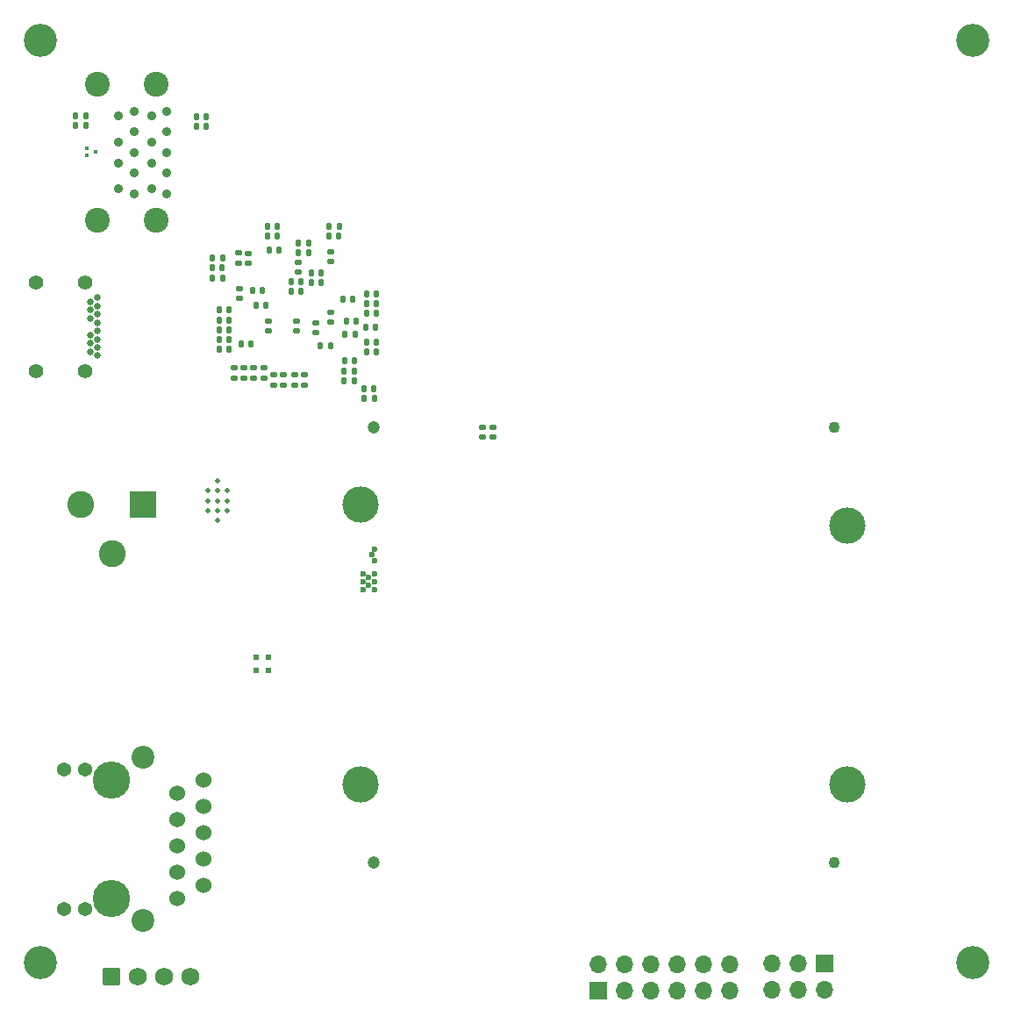
<source format=gbr>
%TF.GenerationSoftware,KiCad,Pcbnew,5.99.0-unknown-42c6af4bd8~125~ubuntu20.04.1*%
%TF.CreationDate,2021-03-29T15:44:50+08:00*%
%TF.ProjectId,ovc5,6f766335-2e6b-4696-9361-645f70636258,rev?*%
%TF.SameCoordinates,Original*%
%TF.FileFunction,Soldermask,Bot*%
%TF.FilePolarity,Negative*%
%FSLAX46Y46*%
G04 Gerber Fmt 4.6, Leading zero omitted, Abs format (unit mm)*
G04 Created by KiCad (PCBNEW 5.99.0-unknown-42c6af4bd8~125~ubuntu20.04.1) date 2021-03-29 15:44:50*
%MOMM*%
%LPD*%
G01*
G04 APERTURE LIST*
G04 Aperture macros list*
%AMRoundRect*
0 Rectangle with rounded corners*
0 $1 Rounding radius*
0 $2 $3 $4 $5 $6 $7 $8 $9 X,Y pos of 4 corners*
0 Add a 4 corners polygon primitive as box body*
4,1,4,$2,$3,$4,$5,$6,$7,$8,$9,$2,$3,0*
0 Add four circle primitives for the rounded corners*
1,1,$1+$1,$2,$3*
1,1,$1+$1,$4,$5*
1,1,$1+$1,$6,$7*
1,1,$1+$1,$8,$9*
0 Add four rect primitives between the rounded corners*
20,1,$1+$1,$2,$3,$4,$5,0*
20,1,$1+$1,$4,$5,$6,$7,0*
20,1,$1+$1,$6,$7,$8,$9,0*
20,1,$1+$1,$8,$9,$2,$3,0*%
G04 Aperture macros list end*
%ADD10RoundRect,0.135000X0.135000X0.185000X-0.135000X0.185000X-0.135000X-0.185000X0.135000X-0.185000X0*%
%ADD11C,3.200000*%
%ADD12R,1.700000X1.700000*%
%ADD13O,1.700000X1.700000*%
%ADD14C,0.500000*%
%ADD15C,1.524000*%
%ADD16C,1.371600*%
%ADD17C,3.600000*%
%ADD18C,2.200000*%
%ADD19R,2.600000X2.600000*%
%ADD20C,2.600000*%
%ADD21RoundRect,0.250000X-0.620000X-0.620000X0.620000X-0.620000X0.620000X0.620000X-0.620000X0.620000X0*%
%ADD22C,1.740000*%
%ADD23C,0.612500*%
%ADD24C,0.650000*%
%ADD25C,1.400000*%
%ADD26C,1.200000*%
%ADD27C,1.100000*%
%ADD28C,3.500000*%
%ADD29C,0.900000*%
%ADD30C,2.400000*%
%ADD31C,0.600000*%
%ADD32RoundRect,0.140000X-0.140000X-0.170000X0.140000X-0.170000X0.140000X0.170000X-0.140000X0.170000X0*%
%ADD33RoundRect,0.140000X-0.170000X0.140000X-0.170000X-0.140000X0.170000X-0.140000X0.170000X0.140000X0*%
%ADD34RoundRect,0.140000X0.140000X0.170000X-0.140000X0.170000X-0.140000X-0.170000X0.140000X-0.170000X0*%
%ADD35RoundRect,0.140000X0.170000X-0.140000X0.170000X0.140000X-0.170000X0.140000X-0.170000X-0.140000X0*%
%ADD36R,0.300000X0.300000*%
%ADD37RoundRect,0.135000X-0.135000X-0.185000X0.135000X-0.185000X0.135000X0.185000X-0.135000X0.185000X0*%
%ADD38RoundRect,0.135000X-0.185000X0.135000X-0.185000X-0.135000X0.185000X-0.135000X0.185000X0.135000X0*%
G04 APERTURE END LIST*
D10*
%TO.C,R60*%
X67290000Y-63850000D03*
X68310000Y-63850000D03*
%TD*%
D11*
%TO.C,H2*%
X38000000Y-120000000D03*
%TD*%
D12*
%TO.C,J6*%
X91850000Y-122690000D03*
D13*
X91850000Y-120150000D03*
X94390000Y-122690000D03*
X94390000Y-120150000D03*
X96930000Y-122690000D03*
X96930000Y-120150000D03*
X99470000Y-122690000D03*
X99470000Y-120150000D03*
X102010000Y-122690000D03*
X102010000Y-120150000D03*
X104550000Y-122690000D03*
X104550000Y-120150000D03*
%TD*%
D11*
%TO.C,H3*%
X128000000Y-31000000D03*
%TD*%
D14*
%TO.C,U7*%
X55050000Y-76350000D03*
X55050000Y-74450000D03*
X55050000Y-73500000D03*
X54100000Y-76350000D03*
X56000000Y-75400000D03*
X56000000Y-74450000D03*
X54100000Y-74450000D03*
X55050000Y-77300000D03*
X56000000Y-76350000D03*
X54100000Y-75400000D03*
X55050000Y-75400000D03*
%TD*%
D15*
%TO.C,U11*%
X51200000Y-113765000D03*
X53740000Y-112495000D03*
X51200000Y-111225000D03*
X53740000Y-109955000D03*
X51200000Y-108685000D03*
X53740000Y-107415000D03*
X51200000Y-106145000D03*
X53740000Y-104875000D03*
X51200000Y-103605000D03*
X53740000Y-102335000D03*
D16*
X42310000Y-114775000D03*
X40280000Y-114775000D03*
X42310000Y-101325000D03*
X40280000Y-101325000D03*
D17*
X44850000Y-113765000D03*
X44850000Y-102335000D03*
D18*
X47900000Y-100175000D03*
X47900000Y-115925000D03*
%TD*%
D19*
%TO.C,J2*%
X47900006Y-75800001D03*
D20*
X41900006Y-75800001D03*
X44900006Y-80500001D03*
%TD*%
D21*
%TO.C,J9*%
X44800000Y-121300000D03*
D22*
X47340000Y-121300000D03*
X49880000Y-121300000D03*
X52420000Y-121300000D03*
%TD*%
D23*
%TO.C,U13*%
X60000000Y-90525000D03*
X58775000Y-90525000D03*
X58775000Y-91750000D03*
X60000000Y-91750000D03*
%TD*%
D24*
%TO.C,J1*%
X43460000Y-60615000D03*
X43460000Y-61415000D03*
X42760000Y-61015000D03*
X42760000Y-60215000D03*
X43460000Y-59815000D03*
X42760000Y-59415000D03*
X43460000Y-59015000D03*
X43460000Y-58215000D03*
X42760000Y-57815000D03*
X43460000Y-57415000D03*
X42760000Y-57015000D03*
X42760000Y-56215000D03*
X43460000Y-55815000D03*
X43460000Y-56615000D03*
D25*
X42310000Y-62885000D03*
X42310000Y-54345000D03*
X37580000Y-62885000D03*
X37580000Y-54345000D03*
%TD*%
D26*
%TO.C,U1*%
X70159988Y-110299999D03*
X70159988Y-68299999D03*
D27*
X114559988Y-68299999D03*
X114559988Y-110299999D03*
D28*
X68859988Y-102799999D03*
X115859988Y-102799999D03*
X68859988Y-75799999D03*
X115859988Y-77799999D03*
%TD*%
D11*
%TO.C,H4*%
X38000000Y-31000000D03*
%TD*%
%TO.C,H1*%
X128000000Y-120000000D03*
%TD*%
D29*
%TO.C,U5*%
X45489988Y-38299993D03*
X45489988Y-40799993D03*
X45489988Y-42799993D03*
X45489988Y-45299993D03*
X46989988Y-45799993D03*
X46989988Y-43799993D03*
X46989988Y-41799993D03*
X46989988Y-39799993D03*
X46989988Y-37799993D03*
X48689988Y-38299993D03*
X48689988Y-40799993D03*
X48689988Y-42799993D03*
X48689988Y-45299993D03*
X50189988Y-45799993D03*
X50189988Y-43799993D03*
X50189988Y-41799993D03*
X50189988Y-39799993D03*
X50189988Y-37799993D03*
D30*
X43489988Y-48369993D03*
X49169988Y-35229993D03*
X49169988Y-48369993D03*
X43489988Y-35229993D03*
%TD*%
D31*
%TO.C,U9*%
X70250000Y-83200000D03*
X69950000Y-80630000D03*
X69100000Y-83950000D03*
X70250000Y-80050000D03*
X70250000Y-82450000D03*
X70250000Y-81210000D03*
X69660000Y-83580000D03*
X69660000Y-82830000D03*
X69100000Y-83200000D03*
X69100000Y-82450000D03*
X70250000Y-83950000D03*
%TD*%
D12*
%TO.C,J4*%
X113625000Y-120075000D03*
D13*
X113625000Y-122615000D03*
X111085000Y-120075000D03*
X111085000Y-122615000D03*
X108545000Y-120075000D03*
X108545000Y-122615000D03*
%TD*%
D32*
%TO.C,C33*%
X64090950Y-53401550D03*
X65050950Y-53401550D03*
%TD*%
D33*
%TO.C,C31*%
X56675000Y-62590000D03*
X56675000Y-63550000D03*
%TD*%
D34*
%TO.C,C55*%
X63850950Y-50551550D03*
X62890950Y-50551550D03*
%TD*%
%TO.C,C14*%
X56200950Y-57951550D03*
X55240950Y-57951550D03*
%TD*%
%TO.C,C60*%
X60850950Y-49876550D03*
X59890950Y-49876550D03*
%TD*%
D35*
%TO.C,C24*%
X62720950Y-59006550D03*
X62720950Y-58046550D03*
%TD*%
D10*
%TO.C,R5*%
X68310000Y-62900000D03*
X67290000Y-62900000D03*
%TD*%
D36*
%TO.C,D5*%
X42425000Y-42100000D03*
X42425000Y-41400000D03*
X43275000Y-41750000D03*
%TD*%
D34*
%TO.C,C56*%
X63850950Y-51501550D03*
X62890950Y-51501550D03*
%TD*%
D32*
%TO.C,C17*%
X69440950Y-56401550D03*
X70400950Y-56401550D03*
%TD*%
D33*
%TO.C,C29*%
X58575000Y-62590000D03*
X58575000Y-63550000D03*
%TD*%
D35*
%TO.C,C41*%
X58050000Y-52480000D03*
X58050000Y-51520000D03*
%TD*%
%TO.C,C50*%
X57220950Y-55906550D03*
X57220950Y-54946550D03*
%TD*%
D34*
%TO.C,C66*%
X55530000Y-52900000D03*
X54570000Y-52900000D03*
%TD*%
D32*
%TO.C,C19*%
X69420000Y-60125000D03*
X70380000Y-60125000D03*
%TD*%
D33*
%TO.C,C25*%
X63475000Y-63271550D03*
X63475000Y-64231550D03*
%TD*%
D32*
%TO.C,C22*%
X69440950Y-55451550D03*
X70400950Y-55451550D03*
%TD*%
D33*
%TO.C,C61*%
X65970950Y-57221550D03*
X65970950Y-58181550D03*
%TD*%
D32*
%TO.C,C81*%
X53045000Y-38325000D03*
X54005000Y-38325000D03*
%TD*%
%TO.C,C53*%
X67365950Y-59351550D03*
X68325950Y-59351550D03*
%TD*%
D33*
%TO.C,C32*%
X57625000Y-62590000D03*
X57625000Y-63550000D03*
%TD*%
D35*
%TO.C,C36*%
X62895950Y-53356550D03*
X62895950Y-52396550D03*
%TD*%
D10*
%TO.C,R6*%
X66810000Y-48900000D03*
X65790000Y-48900000D03*
%TD*%
D33*
%TO.C,C38*%
X61420950Y-63271550D03*
X61420950Y-64231550D03*
%TD*%
D10*
%TO.C,R7*%
X70210000Y-65500000D03*
X69190000Y-65500000D03*
%TD*%
D32*
%TO.C,C11*%
X69210000Y-64568000D03*
X70170000Y-64568000D03*
%TD*%
D34*
%TO.C,C62*%
X65050950Y-54351550D03*
X64090950Y-54351550D03*
%TD*%
%TO.C,C57*%
X59730000Y-56551550D03*
X58770000Y-56551550D03*
%TD*%
D10*
%TO.C,R13*%
X55560000Y-53890000D03*
X54540000Y-53890000D03*
%TD*%
D33*
%TO.C,C37*%
X60470950Y-63271550D03*
X60470950Y-64231550D03*
%TD*%
D34*
%TO.C,C49*%
X63125950Y-54251550D03*
X62165950Y-54251550D03*
%TD*%
D32*
%TO.C,C20*%
X69340950Y-58701550D03*
X70300950Y-58701550D03*
%TD*%
%TO.C,C52*%
X67140950Y-56001550D03*
X68100950Y-56001550D03*
%TD*%
D35*
%TO.C,C42*%
X66020950Y-52331550D03*
X66020950Y-51371550D03*
%TD*%
D37*
%TO.C,R14*%
X54520000Y-51940000D03*
X55540000Y-51940000D03*
%TD*%
D34*
%TO.C,C35*%
X61000950Y-51201550D03*
X60040950Y-51201550D03*
%TD*%
D33*
%TO.C,C30*%
X59525000Y-62590000D03*
X59525000Y-63550000D03*
%TD*%
D35*
%TO.C,C43*%
X64520950Y-59181550D03*
X64520950Y-58221550D03*
%TD*%
D32*
%TO.C,C9*%
X67340000Y-61910000D03*
X68300000Y-61910000D03*
%TD*%
D34*
%TO.C,C21*%
X56200950Y-58901550D03*
X55240950Y-58901550D03*
%TD*%
%TO.C,C59*%
X59425950Y-55151550D03*
X58465950Y-55151550D03*
%TD*%
%TO.C,C15*%
X56200950Y-57001550D03*
X55240950Y-57001550D03*
%TD*%
D33*
%TO.C,C26*%
X62525000Y-63271550D03*
X62525000Y-64231550D03*
%TD*%
D32*
%TO.C,C44*%
X67490950Y-58051550D03*
X68450950Y-58051550D03*
%TD*%
D34*
%TO.C,C51*%
X63120950Y-55176550D03*
X62160950Y-55176550D03*
%TD*%
D37*
%TO.C,R10*%
X65010950Y-60476550D03*
X66030950Y-60476550D03*
%TD*%
D34*
%TO.C,C82*%
X42330000Y-38250000D03*
X41370000Y-38250000D03*
%TD*%
D32*
%TO.C,C10*%
X65820000Y-49900000D03*
X66780000Y-49900000D03*
%TD*%
D34*
%TO.C,C80*%
X42330000Y-39200000D03*
X41370000Y-39200000D03*
%TD*%
D35*
%TO.C,C48*%
X59970950Y-59031550D03*
X59970950Y-58071550D03*
%TD*%
D34*
%TO.C,C13*%
X56200950Y-60801550D03*
X55240950Y-60801550D03*
%TD*%
D33*
%TO.C,C89*%
X81620000Y-68290000D03*
X81620000Y-69250000D03*
%TD*%
D38*
%TO.C,R44*%
X57070000Y-51490000D03*
X57070000Y-52510000D03*
%TD*%
D32*
%TO.C,C18*%
X69420000Y-61075000D03*
X70380000Y-61075000D03*
%TD*%
D33*
%TO.C,C88*%
X80620000Y-68290000D03*
X80620000Y-69250000D03*
%TD*%
D32*
%TO.C,C16*%
X69440950Y-57351550D03*
X70400950Y-57351550D03*
%TD*%
D34*
%TO.C,C12*%
X56200950Y-59851550D03*
X55240950Y-59851550D03*
%TD*%
%TO.C,C54*%
X58280950Y-60301550D03*
X57320950Y-60301550D03*
%TD*%
D32*
%TO.C,C79*%
X53045000Y-39275000D03*
X54005000Y-39275000D03*
%TD*%
D34*
%TO.C,C58*%
X60850950Y-48926550D03*
X59890950Y-48926550D03*
%TD*%
M02*

</source>
